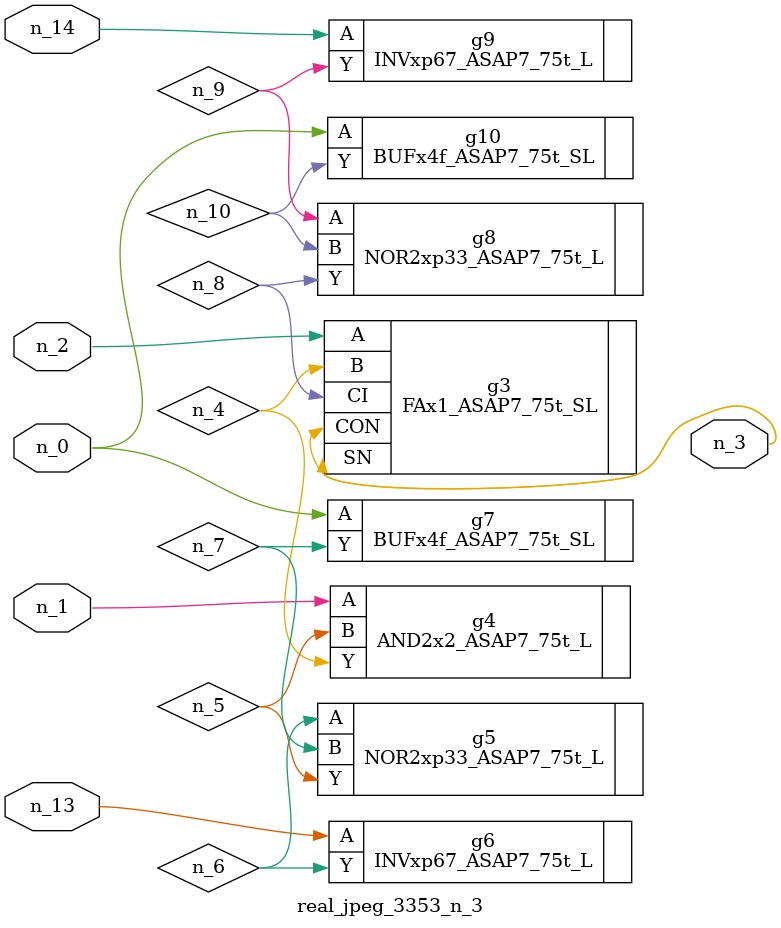
<source format=v>
module real_jpeg_3353_n_3 (n_0, n_1, n_14, n_2, n_13, n_3);

input n_0;
input n_1;
input n_14;
input n_2;
input n_13;

output n_3;

wire n_5;
wire n_4;
wire n_8;
wire n_6;
wire n_7;
wire n_10;
wire n_9;

BUFx4f_ASAP7_75t_SL g7 ( 
.A(n_0),
.Y(n_7)
);

BUFx4f_ASAP7_75t_SL g10 ( 
.A(n_0),
.Y(n_10)
);

AND2x2_ASAP7_75t_L g4 ( 
.A(n_1),
.B(n_5),
.Y(n_4)
);

FAx1_ASAP7_75t_SL g3 ( 
.A(n_2),
.B(n_4),
.CI(n_8),
.CON(n_3),
.SN(n_3)
);

NOR2xp33_ASAP7_75t_L g5 ( 
.A(n_6),
.B(n_7),
.Y(n_5)
);

NOR2xp33_ASAP7_75t_L g8 ( 
.A(n_9),
.B(n_10),
.Y(n_8)
);

INVxp67_ASAP7_75t_L g6 ( 
.A(n_13),
.Y(n_6)
);

INVxp67_ASAP7_75t_L g9 ( 
.A(n_14),
.Y(n_9)
);


endmodule
</source>
